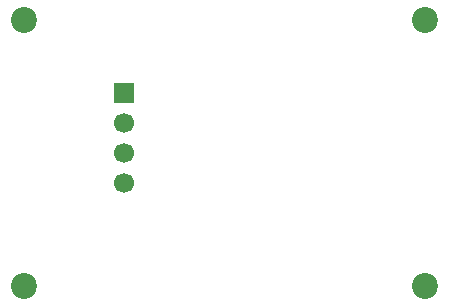
<source format=gbr>
%TF.GenerationSoftware,KiCad,Pcbnew,9.0.6*%
%TF.CreationDate,2026-01-08T09:33:55+01:00*%
%TF.ProjectId,Adapat_24pin_22pin,41646170-6174-45f3-9234-70696e5f3232,rev?*%
%TF.SameCoordinates,Original*%
%TF.FileFunction,Soldermask,Bot*%
%TF.FilePolarity,Negative*%
%FSLAX46Y46*%
G04 Gerber Fmt 4.6, Leading zero omitted, Abs format (unit mm)*
G04 Created by KiCad (PCBNEW 9.0.6) date 2026-01-08 09:33:55*
%MOMM*%
%LPD*%
G01*
G04 APERTURE LIST*
%ADD10C,2.200000*%
%ADD11R,1.700000X1.700000*%
%ADD12C,1.700000*%
G04 APERTURE END LIST*
D10*
%TO.C,H4*%
X52500000Y-48500000D03*
%TD*%
%TO.C,H3*%
X18500000Y-48500000D03*
%TD*%
%TO.C,H2*%
X52500000Y-26000000D03*
%TD*%
D11*
%TO.C,J3*%
X27000000Y-32150000D03*
D12*
X27000000Y-34690000D03*
X27000000Y-37230000D03*
X27000000Y-39770000D03*
%TD*%
D10*
%TO.C,H1*%
X18500000Y-26000000D03*
%TD*%
M02*

</source>
